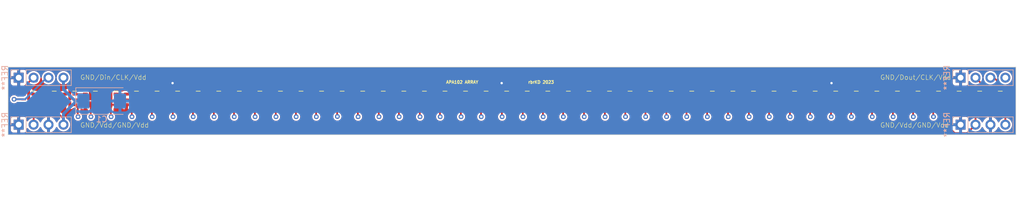
<source format=kicad_pcb>
(kicad_pcb (version 20221018) (generator pcbnew)
  (layers (0 "F.Cu" signal) (1 "In1.Cu" signal) (2 "In2.Cu" signal) (31 "B.Cu" signal) (34 "B.Paste" user) (35 "F.Paste" user) (36 "B.SilkS" user "B.Silkscreen") (37 "F.SilkS" user "F.Silkscreen") (38 "B.Mask" user) (39 "F.Mask" user) (44 "Edge.Cuts" user))
  (net 0 "")
  (net 1 "Vdd")
  (net 2 "GND")
  (net 3 "DATA_IN")
  (net 4 "CLK_IN")
  (net 5 "Net-(D1-CKO)")
  (net 6 "Net-(D1-SDO)")
  (net 7 "Net-(D2-CKO)")
  (net 8 "Net-(D2-SDO)")
  (net 9 "Net-(D3-CKO)")
  (net 10 "Net-(D3-SDO)")
  (net 11 "Net-(D4-CKO)")
  (net 12 "Net-(D4-SDO)")
  (net 13 "Net-(D5-CKO)")
  (net 14 "Net-(D5-SDO)")
  (net 15 "Net-(D6-CKO)")
  (net 16 "Net-(D6-SDO)")
  (net 17 "Net-(D7-CKO)")
  (net 18 "Net-(D7-SDO)")
  (net 19 "Net-(D8-CKO)")
  (net 20 "Net-(D8-SDO)")
  (net 21 "Net-(D10-CKI)")
  (net 22 "Net-(D10-SDI)")
  (net 23 "Net-(D10-CKO)")
  (net 24 "Net-(D10-SDO)")
  (net 25 "Net-(D11-CKO)")
  (net 26 "Net-(D11-SDO)")
  (net 27 "Net-(D12-CKO)")
  (net 28 "Net-(D12-SDO)")
  (net 29 "Net-(D13-CKO)")
  (net 30 "Net-(D13-SDO)")
  (net 31 "Net-(D14-CKO)")
  (net 32 "Net-(D14-SDO)")
  (net 33 "Net-(D15-CKO)")
  (net 34 "Net-(D15-SDO)")
  (net 35 "Net-(D16-CKO)")
  (net 36 "Net-(D16-SDO)")
  (net 37 "Net-(D17-CKO)")
  (net 38 "Net-(D17-SDO)")
  (net 39 "Net-(D18-CKO)")
  (net 40 "Net-(D18-SDO)")
  (net 41 "Net-(D19-CKO)")
  (net 42 "Net-(D19-SDO)")
  (net 43 "Net-(D20-CKO)")
  (net 44 "Net-(D20-SDO)")
  (net 45 "Net-(D21-CKO)")
  (net 46 "Net-(D21-SDO)")
  (net 47 "Net-(D22-CKO)")
  (net 48 "Net-(D22-SDO)")
  (net 49 "Net-(D23-CKO)")
  (net 50 "Net-(D23-SDO)")
  (net 51 "Net-(D24-CKO)")
  (net 52 "Net-(D24-SDO)")
  (net 53 "Net-(D25-CKO)")
  (net 54 "Net-(D25-SDO)")
  (net 55 "Net-(D26-CKO)")
  (net 56 "Net-(D26-SDO)")
  (net 57 "Net-(D27-CKO)")
  (net 58 "Net-(D27-SDO)")
  (net 59 "Net-(D28-CKO)")
  (net 60 "Net-(D28-SDO)")
  (net 61 "Net-(D29-CKO)")
  (net 62 "Net-(D29-SDO)")
  (net 63 "Net-(D30-CKO)")
  (net 64 "Net-(D30-SDO)")
  (net 65 "Net-(D31-CKO)")
  (net 66 "Net-(D31-SDO)")
  (net 67 "Net-(D32-CKO)")
  (net 68 "Net-(D32-SDO)")
  (net 69 "Net-(D33-CKO)")
  (net 70 "Net-(D33-SDO)")
  (net 71 "Net-(D34-CKO)")
  (net 72 "Net-(D34-SDO)")
  (net 73 "Net-(D35-CKO)")
  (net 74 "Net-(D35-SDO)")
  (net 75 "Net-(D36-CKO)")
  (net 76 "Net-(D36-SDO)")
  (net 77 "Net-(D37-CKO)")
  (net 78 "Net-(D37-SDO)")
  (net 79 "Net-(D38-CKO)")
  (net 80 "Net-(D38-SDO)")
  (net 81 "Net-(D39-CKO)")
  (net 82 "Net-(D39-SDO)")
  (net 83 "Net-(D40-CKO)")
  (net 84 "Net-(D40-SDO)")
  (net 85 "Net-(D41-CKO)")
  (net 86 "Net-(D41-SDO)")
  (net 87 "Net-(D42-CKO)")
  (net 88 "Net-(D42-SDO)")
  (net 89 "Net-(D43-CKO)")
  (net 90 "Net-(D43-SDO)")
  (net 91 "Net-(D44-CKO)")
  (net 92 "Net-(D44-SDO)")
  (net 93 "Net-(D45-CKO)")
  (net 94 "Net-(D45-SDO)")
  (net 95 "Net-(D46-CKO)")
  (net 96 "Net-(D46-SDO)")
  (net 97 "Net-(D47-CKO)")
  (net 98 "Net-(D47-SDO)")
  (footprint "LED_SMD:LED-APA102-2020" (layer "F.Cu") (at 80.5 33 180)
    (fp_text reference "D13" hide)
    (fp_text value "APA102-2020" hide)
  )
  (footprint "LED_SMD:LED-APA102-2020" (layer "F.Cu") (at 105 33 180)
    (fp_text reference "D20" hide)
    (fp_text value "APA102-2020" hide)
  )
  (footprint "LED_SMD:LED-APA102-2020" (layer "F.Cu") (at 147 33 180)
    (fp_text reference "D32" hide)
    (fp_text value "APA102-2020" hide)
  )
  (footprint "LED_SMD:LED-APA102-2020" (layer "F.Cu") (at 122.5 33 180)
    (fp_text reference "D25" hide)
    (fp_text value "APA102-2020" hide)
  )
  (footprint "LED_SMD:LED-APA102-2020" (layer "F.Cu") (at 150.5 33 180)
    (fp_text reference "D33" hide)
    (fp_text value "APA102-2020" hide)
  )
  (footprint "LED_SMD:LED-APA102-2020" (layer "F.Cu") (at 84 33 180)
    (fp_text reference "D14" hide)
    (fp_text value "APA102-2020" hide)
  )
  (footprint "LED_SMD:LED-APA102-2020" (layer "F.Cu") (at 115.5 33 180)
    (fp_text reference "D23" hide)
    (fp_text value "APA102-2020" hide)
  )
  (footprint "LED_SMD:LED-APA102-2020" (layer "F.Cu") (at 91 33 180)
    (fp_text reference "D16" hide)
    (fp_text value "APA102-2020" hide)
  )
  (footprint "LED_SMD:LED-APA102-2020" (layer "F.Cu") (at 38.5 33 180)
    (fp_text reference "D1" hide)
    (fp_text value "APA102-2020" hide)
  )
  (footprint "LED_SMD:LED-APA102-2020" (layer "F.Cu") (at 59.5 33 180)
    (fp_text reference "D7" hide)
    (fp_text value "APA102-2020" hide)
  )
  (footprint "LED_SMD:LED-APA102-2020" (layer "F.Cu") (at 157.5 33 180)
    (fp_text reference "D35" hide)
    (fp_text value "APA102-2020" hide)
  )
  (footprint "LED_SMD:LED-APA102-2020" (layer "F.Cu") (at 203 33 180)
    (fp_text reference "D48" hide)
    (fp_text value "APA102-2020" hide)
  )
  (footprint "LED_SMD:LED-APA102-2020" (layer "F.Cu") (at 143.5 33 180)
    (fp_text reference "D31" hide)
    (fp_text value "APA102-2020" hide)
  )
  (footprint "LED_SMD:LED-APA102-2020" (layer "F.Cu") (at 161 33 180)
    (fp_text reference "D36" hide)
    (fp_text value "APA102-2020" hide)
  )
  (footprint "LED_SMD:LED-APA102-2020" (layer "F.Cu") (at 63 33 180)
    (fp_text reference "D8" hide)
    (fp_text value "APA102-2020" hide)
  )
  (footprint "LED_SMD:LED-APA102-2020" (layer "F.Cu") (at 182 33 180)
    (fp_text reference "D42" hide)
    (fp_text value "APA102-2020" hide)
  )
  (footprint "LED_SMD:LED-APA102-2020" (layer "F.Cu") (at 70 33 180)
    (fp_text reference "D10" hide)
    (fp_text value "APA102-2020" hide)
  )
  (footprint "LED_SMD:LED-APA102-2020" (layer "F.Cu") (at 171.5 33 180)
    (fp_text reference "D39" hide)
    (fp_text value "APA102-2020" hide)
  )
  (footprint "LED_SMD:LED-APA102-2020" (layer "F.Cu") (at 199.5 33 180)
    (fp_text reference "D47" hide)
    (fp_text value "APA102-2020" hide)
  )
  (footprint "LED_SMD:LED-APA102-2020" (layer "F.Cu") (at 178.5 33 180)
    (fp_text reference "D41" hide)
    (fp_text value "APA102-2020" hide)
  )
  (footprint "LED_SMD:LED-APA102-2020" (layer "F.Cu") (at 73.5 33 180)
    (fp_text reference "D11" hide)
    (fp_text value "APA102-2020" hide)
  )
  (footprint "LED_SMD:LED-APA102-2020" (layer "F.Cu") (at 49 33 180)
    (fp_text reference "D4" hide)
    (fp_text value "APA102-2020" hide)
  )
  (footprint "LED_SMD:LED-APA102-2020" (layer "F.Cu") (at 136.5 33 180)
    (fp_text reference "D29" hide)
    (fp_text value "APA102-2020" hide)
  )
  (footprint "LED_SMD:LED-APA102-2020" (layer "F.Cu") (at 98 33 180)
    (fp_text reference "D18" hide)
    (fp_text value "APA102-2020" hide)
  )
  (footprint "LED_SMD:LED-APA102-2020" (layer "F.Cu") (at 129.5 33 180)
    (fp_text reference "D27" hide)
    (fp_text value "APA102-2020" hide)
  )
  (footprint "LED_SMD:LED-APA102-2020" (layer "F.Cu") (at 45.5 33 180)
    (fp_text reference "D3" hide)
    (fp_text value "APA102-2020" hide)
  )
  (footprint "LED_SMD:LED-APA102-2020" (layer "F.Cu") (at 112 33 180)
    (fp_text reference "D22" hide)
    (fp_text value "APA102-2020" hide)
  )
  (footprint "LED_SMD:LED-APA102-2020" (layer "F.Cu") (at 196 33 180)
    (fp_text reference "D46" hide)
    (fp_text value "APA102-2020" hide)
  )
  (footprint "LED_SMD:LED-APA102-2020" (layer "F.Cu") (at 192.5 33 180)
    (fp_text reference "D45" hide)
    (fp_text value "APA102-2020" hide)
  )
  (footprint "LED_SMD:LED-APA102-2020" (layer "F.Cu") (at 175 33 180)
    (fp_text reference "D40" hide)
    (fp_text value "APA102-2020" hide)
  )
  (footprint "LED_SMD:LED-APA102-2020" (layer "F.Cu") (at 133 33 180)
    (fp_text reference "D28" hide)
    (fp_text value "APA102-2020" hide)
  )
  (footprint "LED_SMD:LED-APA102-2020" (layer "F.Cu") (at 185.5 33 180)
    (fp_text reference "D43" hide)
    (fp_text value "APA102-2020" hide)
  )
  (footprint "LED_SMD:LED-APA102-2020" (layer "F.Cu") (at 154 33 180)
    (fp_text reference "D34" hide)
    (fp_text value "APA102-2020" hide)
  )
  (footprint "LED_SMD:LED-APA102-2020" (layer "F.Cu") (at 66.5 33 180)
    (fp_text reference "D9" hide)
    (fp_text value "APA102-2020" hide)
  )
  (footprint "LED_SMD:LED-APA102-2020" (layer "F.Cu") (at 87.5 33 180)
    (fp_text reference "D15" hide)
    (fp_text value "APA102-2020" hide)
  )
  (footprint "LED_SMD:LED-APA102-2020" (layer "F.Cu") (at 164.5 33 180)
    (fp_text reference "D37" hide)
    (fp_text value "APA102-2020" hide)
  )
  (footprint "LED_SMD:LED-APA102-2020" (layer "F.Cu") (at 168 33 180)
    (fp_text reference "D38" hide)
    (fp_text value "APA102-2020" hide)
  )
  (footprint "LED_SMD:LED-APA102-2020" (layer "F.Cu") (at 189 33 180)
    (fp_text reference "D44" hide)
    (fp_text value "APA102-2020" hide)
  )
  (footprint "LED_SMD:LED-APA102-2020" (layer "F.Cu") (at 77 33 180)
    (fp_text reference "D12" hide)
    (fp_text value "APA102-2020" hide)
  )
  (footprint "LED_SMD:LED-APA102-2020" (layer "F.Cu") (at 126 33 180)
    (fp_text reference "D26" hide)
    (fp_text value "APA102-2020" hide)
  )
  (footprint "LED_SMD:LED-APA102-2020" (layer "F.Cu") (at 119 33 180)
    (fp_text reference "D24" hide)
    (fp_text value "APA102-2020" hide)
  )
  (footprint "LED_SMD:LED-APA102-2020" (layer "F.Cu") (at 101.5 33 180)
    (fp_text reference "D19" hide)
    (fp_text value "APA102-2020" hide)
  )
  (footprint "LED_SMD:LED-APA102-2020" (layer "F.Cu") (at 140 33 180)
    (fp_text reference "D30" hide)
    (fp_text value "APA102-2020" hide)
  )
  (footprint "LED_SMD:LED-APA102-2020" (layer "F.Cu") (at 94.5 33 180)
    (fp_text reference "D17" hide)
    (fp_text value "APA102-2020" hide)
  )
  (footprint "LED_SMD:LED-APA102-2020" (layer "F.Cu") (at 56 33 180)
    (fp_text reference "D6" hide)
    (fp_text value "APA102-2020" hide)
  )
  (footprint "LED_SMD:LED-APA102-2020" (layer "F.Cu") (at 42 33 180)
    (fp_text reference "D2" hide)
    (fp_text value "APA102-2020" hide)
  )
  (footprint "LED_SMD:LED-APA102-2020" (layer "F.Cu") (at 108.5 33 180)
    (fp_text reference "D21" hide)
    (fp_text value "APA102-2020" hide)
  )
  (footprint "LED_SMD:LED-APA102-2020" (layer "F.Cu") (at 52.5 33 180)
    (fp_text reference "D5" hide)
    (fp_text value "APA102-2020" hide)
  )
  (footprint "Connector_PinHeader_2.54mm:PinHeader_1x04_P2.54mm_Vertical" (layer "B.Cu") (at 36.8 29.3 -90)
    (fp_text reference "REF**")
    (fp_text value "PinHeader_1x04_P2.54mm_Vertical")
  )
  (footprint "Connector_PinHeader_2.54mm:PinHeader_1x04_P2.54mm_Vertical" (layer "B.Cu") (at 197.1 37.3 -90)
    (fp_text reference "REF**")
    (fp_text value "PinHeader_1x04_P2.54mm_Vertical")
  )
  (footprint "Connector_PinHeader_2.54mm:PinHeader_1x04_P2.54mm_Vertical" (layer "B.Cu") (at 197.1 29.3 -90)
    (fp_text reference "REF**")
    (fp_text value "PinHeader_1x04_P2.54mm_Vertical")
  )
  (footprint "Capacitor_Tantalum_SMD:CP_EIA-7343-15_Kemet-W" (layer "B.Cu") (at 50.927 33.274)
    (fp_text reference "C1")
    (fp_text value "C_Polarized")
  )
  (footprint "Connector_PinHeader_2.54mm:PinHeader_1x04_P2.54mm_Vertical" (layer "B.Cu") (at 36.8 37.3 -90)
    (fp_text reference "REF**")
    (fp_text value "PinHeader_1x04_P2.54mm_Vertical")
  )
  (gr_line (start 35 39) (end 206.5 39) (stroke (width 0.1)) (layer "Edge.Cuts"))
  (gr_line (start 35 27.5) (end 206.5 27.5) (stroke (width 0.1)) (layer "Edge.Cuts"))
  (gr_line (start 206.5 27.5) (end 206.5 39) (stroke (width 0.1)) (layer "Edge.Cuts"))
  (gr_line (start 35 27.5) (end 35 39) (stroke (width 0.1)) (layer "Edge.Cuts"))
  (gr_text "APA102 ARRAY" (at 109.474 30.353) (layer "F.SilkS") (effects (font (size 0.5 0.5) (thickness 0.125)) (justify left bottom)))
  (gr_text "GND/Vdd/GND/Vdd" (at 183.388 37.846) (layer "F.SilkS") (effects (font (size 0.8 0.8) (thickness 0.075)) (justify left bottom)))
  (gr_text "rbrKD 2023" (at 123.444 30.353) (layer "F.SilkS") (effects (font (size 0.5 0.5) (thickness 0.125)) (justify left bottom)))
  (gr_text "GND/Din/CLK/Vdd" (at 47.244 29.718) (layer "F.SilkS") (effects (font (size 0.8 0.8) (thickness 0.075)) (justify left bottom)))
  (gr_text "GND/Dout/CLK/Vdd" (at 183.388 29.718) (layer "F.SilkS") (effects (font (size 0.8 0.8) (thickness 0.075)) (justify left bottom)))
  (gr_text "GND/Vdd/GND/Vdd" (at 47.244 37.846) (layer "F.SilkS") (effects (font (size 0.8 0.8) (thickness 0.075)) (justify left bottom)))
  (segment (start 179.324 33.909) (end 178.544 33.909) (width 0.3) (layer "F.Cu") (net 1))
  (segment (start 98.933 33.909) (end 98.153 33.909) (width 0.3) (layer "F.Cu") (net 1))
  (segment (start 195.453 35.941) (end 196 35.394) (width 0.3) (layer "F.Cu") (net 1))
  (segment (start 94.527 33.839) (end 94.527 35.913) (width 0.3) (layer "F.Cu") (net 1))
  (segment (start 204.343 34.393) (end 203.85 33.9) (width 0.3) (layer "F.Cu") (net 1))
  (segment (start 84.836 33.909) (end 84.056 33.909) (width 0.3) (layer "F.Cu") (net 1))
  (segment (start 195.453 38.1) (end 195.453 35.941) (width 0.3) (layer "F.Cu") (net 1))
  (segment (start 161.925 33.909) (end 161.145 33.909) (width 0.3) (layer "F.Cu") (net 1))
  (segment (start 102.362 33.909) (end 101.582 33.909) (width 0.3) (layer "F.Cu") (net 1))
  (segment (start 126.873 33.909) (end 126.093 33.909) (width 0.3) (layer "F.Cu") (net 1))
  (segment (start 147 33.83) (end 147.78 33.83) (width 0.3) (layer "F.Cu") (net 1))
  (segment (start 203 33.83) (end 203.78 33.83) (width 0.3) (layer "F.Cu") (net 1))
  (segment (start 200.35 33.9) (end 200.279 33.971) (width 0.3) (layer "F.Cu") (net 1))
  (segment (start 38.57 33.9) (end 38.5 33.83) (width 0.3) (layer "F.Cu") (net 1))
  (segment (start 87.415 33.839) (end 87.415 35.913) (width 0.3) (layer "F.Cu") (net 1))
  (segment (start 157.519 33.839) (end 157.519 35.913) (width 0.3) (layer "F.Cu") (net 1))
  (segment (start 143.473 33.83) (end 143.473 35.904) (width 0.3) (layer "F.Cu") (net 1))
  (segment (start 122.594 33.839) (end 122.594 35.913) (width 0.3) (layer "F.Cu") (net 1))
  (segment (start 39.35 33.9) (end 39.35 37.29) (width 0.3) (layer "F.Cu") (net 1))
  (segment (start 198.205 38.735) (end 196.088 38.735) (width 0.3) (layer "F.Cu") (net 1))
  (segment (start 147.78 33.83) (end 147.85 33.9) (width 0.3) (layer "F.Cu") (net 1))
  (segment (start 52.49 33.839) (end 52.49 35.913) (width 0.3) (layer "F.Cu") (net 1))
  (segment (start 44.42 36.292) (end 44.42 37.3) (width 0.3) (layer "F.Cu") (net 1))
  (segment (start 109.347 33.909) (end 108.567 33.909) (width 0.3) (layer "F.Cu") (net 1))
  (segment (start 66.46 33.839) (end 66.46 35.913) (width 0.3) (layer "F.Cu") (net 1))
  (segment (start 91 33.83) (end 91.78 33.83) (width 0.3) (layer "F.Cu") (net 1))
  (segment (start 171.489 33.839) (end 171.489 35.913) (width 0.3) (layer "F.Cu") (net 1))
  (segment (start 175.045 33.839) (end 175.045 35.913) (width 0.3) (layer "F.Cu") (net 1))
  (segment (start 91.78 33.83) (end 91.85 33.9) (width 0.3) (layer "F.Cu") (net 1))
  (segment (start 151.384 33.909) (end 150.604 33.909) (width 0.3) (layer "F.Cu") (net 1))
  (segment (start 112.903 33.909) (end 112.123 33.909) (width 0.3) (layer "F.Cu") (net 1))
  (segment (start 49.061 33.839) (end 49.061 35.913) (width 0.3) (layer "F.Cu") (net 1))
  (segment (start 123.444 33.909) (end 122.664 33.909) (width 0.3) (layer "F.Cu") (net 1))
  (segment (start 153.963 33.839) (end 153.963 35.913) (width 0.3) (layer "F.Cu") (net 1))
  (segment (start 200.406 33.909) (end 199.626 33.909) (width 0.3) (layer "F.Cu") (net 1))
  (segment (start 46.355 33.909) (end 45.575 33.909) (width 0.3) (layer "F.Cu") (net 1))
  (segment (start 204.72 35.556) (end 204.4065 35.2425) (width 0.3) (layer "F.Cu") (net 1))
  (segment (start 130.302 33.909) (end 129.522 33.909) (width 0.3) (layer "F.Cu") (net 1))
  (segment (start 158.369 33.909) (end 157.589 33.909) (width 0.3) (layer "F.Cu") (net 1))
  (segment (start 126.023 33.839) (end 126.023 35.913) (width 0.3) (layer "F.Cu") (net 1))
  (segment (start 204.72 37.3) (end 204.72 35.556) (width 0.3) (layer "F.Cu") (net 1))
  (segment (start 105.068 33.839) (end 105.068 35.913) (width 0.3) (layer "F.Cu") (net 1))
  (segment (start 172.339 33.909) (end 171.559 33.909) (width 0.3) (layer "F.Cu") (net 1))
  (segment (start 42.85 34.722) (end 44.42 36.292) (width 0.3) (layer "F.Cu") (net 1))
  (segment (start 185.586 33.839) (end 185.586 35.913) (width 0.3) (layer "F.Cu") (net 1))
  (segment (start 182.03 33.839) (end 182.03 35.913) (width 0.3) (layer "F.Cu") (net 1))
  (segment (start 199.64 35.945) (end 199.64 37.3) (width 0.3) (layer "F.Cu") (net 1))
  (segment (start 186.436 33.909) (end 185.656 33.909) (width 0.3) (layer "F.Cu") (net 1))
  (segment (start 140.044 33.83) (end 140.044 35.904) (width 0.3) (layer "F.Cu") (net 1))
  (segment (start 115.482 33.839) (end 115.482 35.913) (width 0.3) (layer "F.Cu") (net 1))
  (segment (start 88.265 33.909) (end 87.485 33.909) (width 0.3) (layer "F.Cu") (net 1))
  (segment (start 77.851 33.909) (end 77.071 33.909) (width 0.3) (layer "F.Cu") (net 1))
  (segment (start 200.279 35.306) (end 199.64 35.945) (width 0.3) (layer "F.Cu") (net 1))
  (segment (start 67.31 33.909) (end 66.53 33.909) (width 0.3) (layer "F.Cu") (net 1))
  (segment (start 63.881 33.909) (end 63.101 33.909) (width 0.3) (layer "F.Cu") (net 1))
  (segment (start 193.294 33.909) (end 192.514 33.909) (width 0.3) (layer "F.Cu") (net 1))
  (segment (start 70.866 33.909) (end 70.086 33.909) (width 0.3) (layer "F.Cu") (net 1))
  (segment (start 199.64 37.3) (end 198.205 38.735) (width 0.3) (layer "F.Cu") (net 1))
  (segment (start 200.279 33.971) (end 200.279 35.306) (width 0.3) (layer "F.Cu") (net 1))
  (segment (start 56.046 33.839) (end 56.046 35.913) (width 0.3) (layer "F.Cu") (net 1))
  (segment (start 168.06 33.839) (end 168.06 35.913) (width 0.3) (layer "F.Cu") (net 1))
  (segment (start 137.414 33.909) (end 136.634 33.909) (width 0.3) (layer "F.Cu") (net 1))
  (segment (start 168.91 33.909) (end 168.13 33.909) (width 0.3) (layer "F.Cu") (net 1))
  (segment (start 53.34 33.909) (end 52.56 33.909) (width 0.3) (layer "F.Cu") (net 1))
  (segment (start 101.512 33.839) (end 101.512 35.913) (width 0.3) (layer "F.Cu") (net 1))
  (segment (start 192.444 33.839) (end 192.444 35.913) (width 0.3) (layer "F.Cu") (net 1))
  (segment (start 42.07 33.9) (end 42 33.83) (width 0.3) (layer "F.Cu") (net 1))
  (segment (start 46.863 34.413) (end 46.863 35.904) (width 0.3) (layer "F.Cu") (net 1))
  (segment (start 112.053 33.839) (end 112.053 35.913) (width 0.3) (layer "F.Cu") (net 1))
  (segment (start 70.016 33.839) (end 70.016 35.913) (width 0.3) (layer "F.Cu") (net 1))
  (segment (start 39.35 33.9) (end 38.57 33.9) (width 0.3) (layer "F.Cu") (net 1))
  (segment (start 136.564 33.839) (end 136.564 35.913) (width 0.3) (layer "F.Cu") (net 1))
  (segment (start 60.325 33.909) (end 59.545 33.909) (width 0.3) (layer "F.Cu") (net 1))
  (segment (start 150.458 33.83) (end 150.458 35.904) (width 0.3) (layer "F.Cu") (net 1))
  (segment (start 74.295 33.909) (end 73.515 33.909) (width 0.3) (layer "F.Cu") (net 1))
  (segment (start 196 35.394) (end 196 33.83) (width 0.3) (layer "F.Cu") (net 1))
  (segment (start 144.399 33.909) (end 143.619 33.909) (width 0.3) (layer "F.Cu") (net 1))
  (segment (start 105.918 33.909) (end 105.138 33.909) (width 0.3) (layer "F.Cu") (net 1))
  (segment (start 189.015 33.839) (end 189.015 35.913) (width 0.3) (layer "F.Cu") (net 1))
  (segment (start 147.029 33.83) (end 147.029 35.904) (width 0.3) (layer "F.Cu") (net 1))
  (segment (start 39.35 37.29) (end 39.34 37.3) (width 0.3) (layer "F.Cu") (net 1))
  (segment (start 133.008 33.839) (end 133.008 35.913) (width 0.3) (layer "F.Cu") (net 1))
  (segment (start 73.445 33.839) (end 73.445 35.913) (width 0.3) (layer "F.Cu") (net 1))
  (segment (start 129.452 33.839) (end 129.452 35.913) (width 0.3) (layer "F.Cu") (net 1))
  (segment (start 49.911 33.909) (end 49.131 33.909) (width 0.3) (layer "F.Cu") (net 1))
  (segment (start 203.78 33.83) (end 203.85 33.9) (width 0.3) (layer "F.Cu") (net 1))
  (segment (start 91 33.8) (end 91 35.874) (width 0.3) (layer "F.Cu") (net 1))
  (segment (start 196.85 33.909) (end 196.07 33.909) (width 0.3) (layer "F.Cu") (net 1))
  (segment (start 56.896 33.909) (end 56.116 33.909) (width 0.3) (layer "F.Cu") (net 1))
  (segment (start 46.35 33.9) (end 46.863 34.413) (width 0.3) (layer "F.Cu") (net 1))
  (segment (start 80.557 33.839) (end 80.557 35.913) (width 0.3) (layer "F.Cu") (net 1))
  (segment (start 98.083 33.839) (end 98.083 35.913) (width 0.3) (layer "F.Cu") (net 1))
  (segment (start 164.504 33.839) (end 164.504 35.913) (width 0.3) (layer "F.Cu") (net 1))
  (segment (start 83.986 33.839) (end 83.986 35.913) (width 0.3) (layer "F.Cu") (net 1))
  (segment (start 95.377 33.909) (end 94.597 33.909) (width 0.3) (layer "F.Cu") (net 1))
  (segment (start 59.475 33.839) (end 59.475 35.913) (width 0.3) (layer "F.Cu") (net 1))
  (segment (start 154.813 33.909) (end 154.033 33.909) (width 0.3) (layer "F.Cu") (net 1))
  (segment (start 189.865 33.909) (end 189.085 33.909) (width 0.3) (layer "F.Cu") (net 1))
  (segment (start 81.407 33.909) (end 80.627 33.909) (width 0.3) (layer "F.Cu") (net 1))
  (segment (start 165.354 33.909) (end 164.574 33.909) (width 0.3) (layer "F.Cu") (net 1))
  (segment (start 140.843 33.909) (end 140.063 33.909) (width 0.3) (layer "F.Cu") (net 1))
  (segment (start 133.858 33.909) (end 133.078 33.909) (width 0.3) (layer "F.Cu") (net 1))
  (segment (start 119.038 33.839) (end 119.038 35.913) (width 0.3) (layer "F.Cu") (net 1))
  (segment (start 196.088 38.735) (end 195.453 38.1) (width 0.3) (layer "F.Cu") (net 1))
  (segment (start 182.88 33.909) (end 182.1 33.909) (width 0.3) (layer "F.Cu") (net 1))
  (segment (start 161.075 33.839) (end 161.075 35.913) (width 0.3) (layer "F.Cu") (net 1))
  (segment (start 116.332 33.909) (end 115.552 33.909) (width 0.3) (layer "F.Cu") (net 1))
  (segment (start 42.85 33.9) (end 42.07 33.9) (width 0.3) (layer "F.Cu") (net 1))
  (segment (start 175.895 33.909) (end 175.115 33.909) (width 0.3) (layer "F.Cu") (net 1))
  (segment (start 178.474 33.839) (end 178.474 35.913) (width 0.3) (layer "F.Cu") (net 1))
  (segment (start 63.031 33.839) (end 63.031 35.913) (width 0.3) (layer "F.Cu") (net 1))
  (segment (start 108.497 33.839) (end 108.497 35.913) (width 0.3) (layer "F.Cu") (net 1))
  (segment (start 77.001 33.839) (end 77.001 35.913) (width 0.3) (layer "F.Cu") (net 1))
  (segment (start 119.888 33.909) (end 119.108 33.909) (width 0.3) (layer "F.Cu") (net 1))
  (segment (start 204.4065 35.2425) (end 204.343 35.179) (width 0.3) (layer "F.Cu") (net 1))
  (segment (start 42.85 33.9) (end 42.85 34.722) (width 0.3) (layer "F.Cu") (net 1))
  (segment (start 204.343 35.179) (end 204.343 34.393) (width 0.3) (layer "F.Cu") (net 1))
  (via (at 77.038 35.95) (size 0.8) (drill 0.4) (layers "F.Cu" "B.Cu") (net 1))
  (via (at 143.51 35.941) (size 0.8) (drill 0.4) (layers "F.Cu" "B.Cu") (net 1))
  (via (at 140.081 35.941) (size 0.8) (drill 0.4) (layers "F.Cu" "B.Cu") (net 1))
  (via (at 136.601 35.95) (size 0.8) (drill 0.4) (layers "F.Cu" "B.Cu") (net 1))
  (via (at 46.9 35.941) (size 0.8) (drill 0.4) (layers "F.Cu" "B.Cu") (net 1))
  (via (at 161.112 35.95) (size 0.8) (drill 0.4) (layers "F.Cu" "B.Cu") (net 1))
  (via (at 122.631 35.95) (size 0.8) (drill 0.4) (layers "F.Cu" "B.Cu") (net 1))
  (via (at 147.066 35.941) (size 0.8) (drill 0.4) (layers "F.Cu" "B.Cu") (net 1))
  (via (at 192.481 35.95) (size 0.8) (drill 0.4) (layers "F.Cu" "B.Cu") (net 1))
  (via (at 70.053 35.95) (size 0.8) (drill 0.4) (layers "F.Cu" "B.Cu") (net 1))
  (via (at 157.556 35.95) (size 0.8) (drill 0.4) (layers "F.Cu" "B.Cu") (net 1))
  (via (at 84.023 35.95) (size 0.8) (drill 0.4) (layers "F.Cu" "B.Cu") (net 1))
  (via (at 182.067 35.95) (size 0.8) (drill 0.4) (layers "F.Cu" "B.Cu") (net 1))
  (via (at 126.06 35.95) (size 0.8) (drill 0.4) (layers "F.Cu" "B.Cu") (net 1))
  (via (at 87.452 35.95) (size 0.8) (drill 0.4) (layers "F.Cu" "B.Cu") (net 1))
  (via (at 63.068 35.95) (size 0.8) (drill 0.4) (layers "F.Cu" "B.Cu") (net 1))
  (via (at 80.594 35.95) (size 0.8) (drill 0.4) (layers "F.Cu" "B.Cu") (net 1))
  (via (at 49.098 35.95) (size 0.8) (drill 0.4) (layers "F.Cu" "B.Cu") (net 1))
  (via (at 115.519 35.95) (size 0.8) (drill 0.4) (layers "F.Cu" "B.Cu") (net 1))
  (via (at 150.495 35.941) (size 0.8) (drill 0.4) (layers "F.Cu" "B.Cu") (net 1))
  (via (at 178.511 35.95) (size 0.8) (drill 0.4) (layers "F.Cu" "B.Cu") (net 1))
  (via (at 101.549 35.95) (size 0.8) (drill 0.4) (layers "F.Cu" "B.Cu") (net 1))
  (via (at 73.482 35.95) (size 0.8) (drill 0.4) (layers "F.Cu" "B.Cu") (net 1))
  (via (at 98.12 35.95) (size 0.8) (drill 0.4) (layers "F.Cu" "B.Cu") (net 1))
  (via (at 105.105 35.95) (size 0.8) (drill 0.4) (layers "F.Cu" "B.Cu") (net 1))
  (via (at 168.097 35.95) (size 0.8) (drill 0.4) (layers "F.Cu" "B.Cu") (net 1))
  (via (at 185.623 35.95) (size 0.8) (drill 0.4) (layers "F.Cu" "B.Cu") (net 1))
  (via (at 189.052 35.95) (size 0.8) (drill 0.4) (layers "F.Cu" "B.Cu") (net 1))
  (via (at 52.527 35.95) (size 0.8) (drill 0.4) (layers "F.Cu" "B.Cu") (net 1))
  (via (at 112.09 35.95) (size 0.8) (drill 0.4) (layers "F.Cu" "B.Cu") (net 1))
  (via (at 91.037 35.911) (size 0.8) (drill 0.4) (layers "F.Cu" "B.Cu") (net 1))
  (via (at 164.541 35.95) (size 0.8) (drill 0.4) (layers "F.Cu" "B.Cu") (net 1))
  (via (at 119.075 35.95) (size 0.8) (drill 0.4) (layers "F.Cu" "B.Cu") (net 1))
  (via (at 175.082 35.95) (size 0.8) (drill 0.4) (layers "F.Cu" "B.Cu") (net 1))
  (via (at 133.045 35.95) (size 0.8) (drill 0.4) (layers "F.Cu" "B.Cu") (net 1))
  (via (at 129.489 35.95) (size 0.8) (drill 0.4) (layers "F.Cu" "B.Cu") (net 1))
  (via (at 154 35.95) (size 0.8) (drill 0.4) (layers "F.Cu" "B.Cu") (net 1))
  (via (at 171.526 35.95) (size 0.8) (drill 0.4) (layers "F.Cu" "B.Cu") (net 1))
  (via (at 94.564 35.95) (size 0.8) (drill 0.4) (layers "F.Cu" "B.Cu") (net 1))
  (via (at 108.534 35.95) (size 0.8) (drill 0.4) (layers "F.Cu" "B.Cu") (net 1))
  (via (at 59.512 35.95) (size 0.8) (drill 0.4) (layers "F.Cu" "B.Cu") (net 1))
  (via (at 56.083 35.95) (size 0.8) (drill 0.4) (layers "F.Cu" "B.Cu") (net 1))
  (via (at 66.497 35.95) (size 0.8) (drill 0.4) (layers "F.Cu" "B.Cu") (net 1))
  (segment (start 46.609 33.274) (end 47.8145 33.274) (width 0.5) (layer "B.Cu") (net 1))
  (segment (start 44.42 29.3) (end 44.42 31.272) (width 0.5) (layer "B.Cu") (net 1))
  (segment (start 44.42 31.272) (end 46.422 33.274) (width 0.5) (layer "B.Cu") (net 1))
  (segment (start 46.422 33.274) (end 47.8145 33.274) (width 0.5) (layer "B.Cu") (net 1))
  (segment (start 44.42 35.463) (end 46.609 33.274) (width 0.5) (layer "B.Cu") (net 1))
  (segment (start 44.42 37.3) (end 44.42 35.463) (width 0.5) (layer "B.Cu") (net 1))
  (segment (start 202.572 31.242) (end 203 31.67) (width 0.3) (layer "F.Cu") (net 2))
  (segment (start 202.572 31.242) (end 202.311 31.242) (width 0.3) (layer "F.Cu") (net 2))
  (segment (start 203 31.67) (end 203 32.41) (width 0.3) (layer "F.Cu") (net 2))
  (via (at 175.133 30.226) (size 0.8) (drill 0.4) (layers "F.Cu" "B.Cu") (net 2))
  (via (at 118.999 30.226) (size 0.8) (drill 0.4) (layers "F.Cu" "B.Cu") (net 2))
  (via (at 62.992 30.226) (size 0.8) (drill 0.4) (layers "F.Cu" "B.Cu") (net 2))
  (segment (start 37.65 30.945) (end 37.65 32.1) (width 0.3) (layer "F.Cu") (net 3))
  (segment (start 39.295 29.3) (end 37.65 30.945) (width 0.3) (layer "F.Cu") (net 3))
  (segment (start 200.947 30.607) (end 203.327 30.607) (width 0.3) (layer "F.Cu") (net 3))
  (segment (start 199.64 29.3) (end 200.947 30.607) (width 0.3) (layer "F.Cu") (net 3))
  (segment (start 39.34 29.3) (end 39.295 29.3) (width 0.3) (layer "F.Cu") (net 3))
  (segment (start 203.85 31.13) (end 203.85 32.1) (width 0.3) (layer "F.Cu") (net 3))
  (segment (start 203.327 30.607) (end 203.85 31.13) (width 0.3) (layer "F.Cu") (net 3))
  (segment (start 39.195 29.845) (end 39.8018 29.845) (width 0.5) (layer "B.Cu") (net 3))
  (segment (start 204.978 32.512) (end 204.49 33) (width 0.3) (layer "F.Cu") (net 4))
  (segment (start 37.6192 32.9692) (end 37.65 33) (width 0.25) (layer "F.Cu") (net 4))
  (segment (start 202.782 29.3) (end 204.978 31.496) (width 0.3) (layer "F.Cu") (net 4))
  (segment (start 204.49 33) (end 203.85 33) (width 0.3) (layer "F.Cu") (net 4))
  (segment (start 36.0172 32.9692) (end 37.6192 32.9692) (width 0.3) (layer "F.Cu") (net 4))
  (segment (start 202.18 29.3) (end 202.782 29.3) (width 0.3) (layer "F.Cu") (net 4))
  (segment (start 204.978 31.496) (end 204.978 32.512) (width 0.3) (layer "F.Cu") (net 4))
  (via (at 36.0172 32.9692) (size 0.8) (drill 0.4) (layers "F.Cu" "B.Cu") (net 4))
  (segment (start 37.8968 32.9692) (end 41.566 29.3) (width 0.3) (layer "B.Cu") (net 4))
  (segment (start 36.0172 32.9692) (end 37.8968 32.9692) (width 0.3) (layer "B.Cu") (net 4))
  (segment (start 36.0172 32.9692) (end 36.0172 33.02) (width 0.25) (layer "B.Cu") (net 4))
  (segment (start 41.566 29.3) (end 41.88 29.3) (width 0.25) (layer "B.Cu") (net 4))
  (segment (start 39.35 33) (end 41.15 33) (width 0.3) (layer "F.Cu") (net 5))
  (segment (start 39.35 32.1) (end 41.15 32.1) (width 0.3) (layer "F.Cu") (net 6))
  (segment (start 42.85 33) (end 44.65 33) (width 0.3) (layer "F.Cu") (net 7))
  (segment (start 42.85 32.1) (end 44.65 32.1) (width 0.3) (layer "F.Cu") (net 8))
  (segment (start 46.35 33) (end 48.15 33) (width 0.3) (layer "F.Cu") (net 9))
  (segment (start 46.35 32.1) (end 48.15 32.1) (width 0.3) (layer "F.Cu") (net 10))
  (segment (start 49.85 33) (end 51.65 33) (width 0.3) (layer "F.Cu") (net 11))
  (segment (start 49.85 32.1) (end 51.65 32.1) (width 0.3) (layer "F.Cu") (net 12))
  (segment (start 53.35 33) (end 55.15 33) (width 0.3) (layer "F.Cu") (net 13))
  (segment (start 53.35 32.1) (end 55.15 32.1) (width 0.3) (layer "F.Cu") (net 14))
  (segment (start 56.85 33) (end 58.65 33) (width 0.3) (layer "F.Cu") (net 15))
  (segment (start 56.85 32.1) (end 58.65 32.1) (width 0.3) (layer "F.Cu") (net 16))
  (segment (start 60.35 33) (end 62.15 33) (width 0.3) (layer "F.Cu") (net 17))
  (segment (start 60.35 32.1) (end 62.15 32.1) (width 0.3) (layer "F.Cu") (net 18))
  (segment (start 63.85 33) (end 65.65 33) (width 0.3) (layer "F.Cu") (net 19))
  (segment (start 63.85 32.1) (end 65.65 32.1) (width 0.3) (layer "F.Cu") (net 20))
  (segment (start 67.35 33) (end 69.15 33) (width 0.3) (layer "F.Cu") (net 21))
  (segment (start 67.35 32.1) (end 69.15 32.1) (width 0.3) (layer "F.Cu") (net 22))
  (segment (start 70.85 33) (end 72.65 33) (width 0.3) (layer "F.Cu") (net 23))
  (segment (start 70.85 32.1) (end 72.65 32.1) (width 0.3) (layer "F.Cu") (net 24))
  (segment (start 74.35 33) (end 76.15 33) (width 0.3) (layer "F.Cu") (net 25))
  (segment (start 74.35 32.1) (end 76.15 32.1) (width 0.3) (layer "F.Cu") (net 26))
  (segment (start 77.85 33) (end 79.65 33) (width 0.3) (layer "F.Cu") (net 27))
  (segment (start 77.85 32.1) (end 79.65 32.1) (width 0.3) (layer "F.Cu") (net 28))
  (segment (start 81.35 33) (end 83.15 33) (width 0.3) (layer "F.Cu") (net 29))
  (segment (start 81.35 32.1) (end 83.15 32.1) (width 0.3) (layer "F.Cu") (net 30))
  (segment (start 84.85 33) (end 86.65 33) (width 0.3) (layer "F.Cu") (net 31))
  (segment (start 84.85 32.1) (end 86.65 32.1) (width 0.3) (layer "F.Cu") (net 32))
  (segment (start 88.35 33) (end 90.15 33) (width 0.3) (layer "F.Cu") (net 33))
  (segment (start 88.35 32.1) (end 90.15 32.1) (width 0.3) (layer "F.Cu") (net 34))
  (segment (start 91.85 33) (end 93.65 33) (width 0.3) (layer "F.Cu") (net 35))
  (segment (start 91.85 32.1) (end 93.65 32.1) (width 0.3) (layer "F.Cu") (net 36))
  (segment (start 95.35 33) (end 97.15 33) (width 0.3) (layer "F.Cu") (net 37))
  (segment (start 95.35 32.1) (end 97.15 32.1) (width 0.3) (layer "F.Cu") (net 38))
  (segment (start 98.85 33) (end 100.65 33) (width 0.3) (layer "F.Cu") (net 39))
  (segment (start 98.85 32.1) (end 100.65 32.1) (width 0.3) (layer "F.Cu") (net 40))
  (segment (start 102.35 33) (end 104.15 33) (width 0.3) (layer "F.Cu") (net 41))
  (segment (start 102.35 32.1) (end 104.15 32.1) (width 0.3) (layer "F.Cu") (net 42))
  (segment (start 105.85 33) (end 107.65 33) (width 0.3) (layer "F.Cu") (net 43))
  (segment (start 105.85 32.1) (end 107.65 32.1) (width 0.3) (layer "F.Cu") (net 44))
  (segment (start 109.35 33) (end 111.15 33) (width 0.3) (layer "F.Cu") (net 45))
  (segment (start 109.35 32.1) (end 111.15 32.1) (width 0.3) (layer "F.Cu") (net 46))
  (segment (start 112.85 33) (end 114.65 33) (width 0.3) (layer "F.Cu") (net 47))
  (segment (start 112.85 32.1) (end 114.65 32.1) (width 0.3) (layer "F.Cu") (net 48))
  (segment (start 116.35 33) (end 118.15 33) (width 0.3) (layer "F.Cu") (net 49))
  (segment (start 116.35 32.1) (end 118.15 32.1) (width 0.3) (layer "F.Cu") (net 50))
  (segment (start 119.85 33) (end 121.65 33) (width 0.3) (layer "F.Cu") (net 51))
  (segment (start 119.85 32.1) (end 121.65 32.1) (width 0.3) (layer "F.Cu") (net 52))
  (segment (start 123.35 33) (end 125.15 33) (width 0.3) (layer "F.Cu") (net 53))
  (segment (start 123.35 32.1) (end 125.15 32.1) (width 0.3) (layer "F.Cu") (net 54))
  (segment (start 126.85 33) (end 128.65 33) (width 0.3) (layer "F.Cu") (net 55))
  (segment (start 126.85 32.1) (end 128.65 32.1) (width 0.3) (layer "F.Cu") (net 56))
  (segment (start 130.35 33) (end 132.15 33) (width 0.3) (layer "F.Cu") (net 57))
  (segment (start 130.35 32.1) (end 132.15 32.1) (width 0.3) (layer "F.Cu") (net 58))
  (segment (start 133.85 33) (end 135.65 33) (width 0.3) (layer "F.Cu") (net 59))
  (segment (start 133.85 32.1) (end 135.65 32.1) (width 0.3) (layer "F.Cu") (net 60))
  (segment (start 137.35 33) (end 139.15 33) (width 0.3) (layer "F.Cu") (net 61))
  (segment (start 137.35 32.1) (end 139.15 32.1) (width 0.3) (layer "F.Cu") (net 62))
  (segment (start 140.85 33) (end 142.65 33) (width 0.3) (layer "F.Cu") (net 63))
  (segment (start 140.85 32.1) (end 142.65 32.1) (width 0.3) (layer "F.Cu") (net 64))
  (segment (start 144.35 33) (end 146.15 33) (width 0.3) (layer "F.Cu") (net 65))
  (segment (start 144.35 32.1) (end 146.15 32.1) (width 0.3) (layer "F.Cu") (net 66))
  (segment (start 147.85 33) (end 149.65 33) (width 0.3) (layer "F.Cu") (net 67))
  (segment (start 147.85 32.1) (end 149.65 32.1) (width 0.3) (layer "F.Cu") (net 68))
  (segment (start 151.35 33) (end 153.15 33) (width 0.3) (layer "F.Cu") (net 69))
  (segment (start 151.35 32.1) (end 153.15 32.1) (width 0.3) (layer "F.Cu") (net 70))
  (segment (start 154.85 33) (end 156.65 33) (width 0.3) (layer "F.Cu") (net 71))
  (segment (start 154.85 32.1) (end 156.65 32.1) (width 0.3) (layer "F.Cu") (net 72))
  (segment (start 158.35 33) (end 160.15 33) (width 0.3) (layer "F.Cu") (net 73))
  (segment (start 158.35 32.1) (end 160.15 32.1) (width 0.3) (layer "F.Cu") (net 74))
  (segment (start 161.85 33) (end 163.65 33) (width 0.3) (layer "F.Cu") (net 75))
  (segment (start 161.85 32.1) (end 163.65 32.1) (width 0.3) (layer "F.Cu") (net 76))
  (segment (start 165.35 33) (end 167.15 33) (width 0.3) (layer "F.Cu") (net 77))
  (segment (start 165.35 32.1) (end 167.15 32.1) (width 0.3) (layer "F.Cu") (net 78))
  (segment (start 168.85 33) (end 170.65 33) (width 0.3) (layer "F.Cu") (net 79))
  (segment (start 168.85 32.1) (end 170.65 32.1) (width 0.3) (layer "F.Cu") (net 80))
  (segment (start 172.35 33) (end 174.15 33) (width 0.3) (layer "F.Cu") (net 81))
  (segment (start 172.35 32.1) (end 174.15 32.1) (width 0.3) (layer "F.Cu") (net 82))
  (segment (start 175.85 33) (end 177.65 33) (width 0.3) (layer "F.Cu") (net 83))
  (segment (start 175.85 32.1) (end 177.65 32.1) (width 0.3) (layer "F.Cu") (net 84))
  (segment (start 179.35 33) (end 181.15 33) (width 0.3) (layer "F.Cu") (net 85))
  (segment (start 179.35 32.1) (end 181.15 32.1) (width 0.3) (layer "F.Cu") (net 86))
  (segment (start 182.85 33) (end 184.65 33) (width 0.3) (layer "F.Cu") (net 87))
  (segment (start 182.85 32.1) (end 184.65 32.1) (width 0.3) (layer "F.Cu") (net 88))
  (segment (start 186.35 33) (end 188.15 33) (width 0.3) (layer "F.Cu") (net 89))
  (segment (start 186.35 32.1) (end 188.15 32.1) (width 0.3) (layer "F.Cu") (net 90))
  (segment (start 189.85 33) (end 191.65 33) (width 0.3) (layer "F.Cu") (net 91))
  (segment (start 189.85 32.1) (end 191.65 32.1) (width 0.3) (layer "F.Cu") (net 92))
  (segment (start 193.35 33) (end 195.15 33) (width 0.3) (layer "F.Cu") (net 93))
  (segment (start 193.35 32.1) (end 195.15 32.1) (width 0.3) (layer "F.Cu") (net 94))
  (segment (start 196.85 33) (end 198.65 33) (width 0.3) (layer "F.Cu") (net 95))
  (segment (start 196.85 32.1) (end 198.65 32.1) (width 0.3) (layer "F.Cu") (net 96))
  (segment (start 200.35 33) (end 202.15 33) (width 0.3) (layer "F.Cu") (net 97))
  (segment (start 200.35 32.1) (end 202.15 32.1) (width 0.3) (layer "F.Cu") (net 98))
  (zone (net 2) (net_name "GND") (layer "F.Cu") (connect_pads (clearance 0.3)) (min_thickness 0.25) (fill yes (thermal_gap 0.5) (thermal_bridge_width 0.5) (island_removal_mode 1) (island_area_min 10))
    (polygon (pts (xy 34.2 26.6) (xy 207.1 26.8) (xy 206.9 39.6) (xy 34.2 39.3)))
  )
  (zone (net 2) (net_name "GND") (layer "B.Cu") (connect_pads (clearance 0.3)) (min_thickness 0.25) (fill yes (thermal_gap 0.5) (thermal_bridge_width 0.5) (island_removal_mode 1) (island_area_min 10))
    (polygon (pts (xy 34.2 26.6) (xy 207.1 26.7) (xy 207.2 39.8) (xy 34.2 39.3)))
  )
)
</source>
